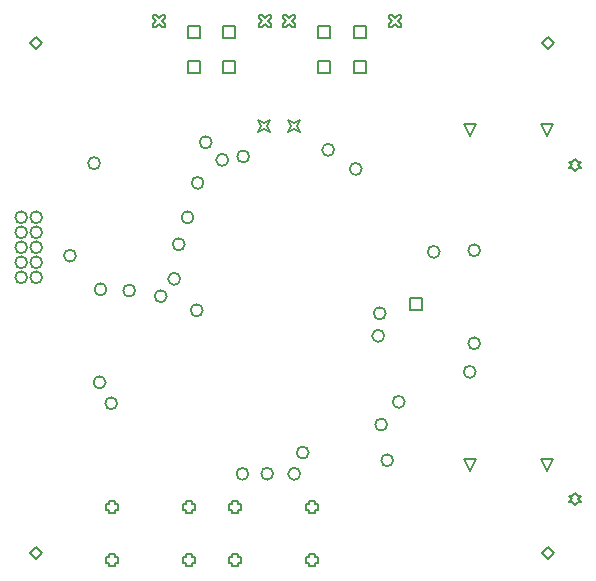
<source format=gbr>
%TF.GenerationSoftware,Altium Limited,Altium Designer,18.1.9 (240)*%
G04 Layer_Color=2752767*
%FSLAX26Y26*%
%MOIN*%
%TF.FileFunction,Drawing*%
%TF.Part,Single*%
G01*
G75*
%TA.AperFunction,NonConductor*%
%ADD61C,0.005000*%
%ADD79C,0.006667*%
D61*
X4070000Y3129979D02*
Y3169979D01*
X4110000D01*
Y3129979D01*
X4070000D01*
X4528504Y3710000D02*
X4508504Y3750000D01*
X4548504D01*
X4528504Y3710000D01*
X4272598D02*
X4252598Y3750000D01*
X4292598D01*
X4272598Y3710000D01*
X4621024Y3595039D02*
X4631024Y3605039D01*
X4641024D01*
X4631024Y3615039D01*
X4641024Y3625039D01*
X4631024D01*
X4621024Y3635039D01*
X4611024Y3625039D01*
X4601024D01*
X4611024Y3615039D01*
X4601024Y3605039D01*
X4611024D01*
X4621024Y3595039D01*
X3565000Y3725000D02*
X3575000Y3745000D01*
X3565000Y3765000D01*
X3585000Y3755000D01*
X3605000Y3765000D01*
X3595000Y3745000D01*
X3605000Y3725000D01*
X3585000Y3735000D01*
X3565000Y3725000D01*
X3665000D02*
X3675000Y3745000D01*
X3665000Y3765000D01*
X3685000Y3755000D01*
X3705000Y3765000D01*
X3695000Y3745000D01*
X3705000Y3725000D01*
X3685000Y3735000D01*
X3665000Y3725000D01*
X3067047Y2463583D02*
Y2453583D01*
X3087047D01*
Y2463583D01*
X3097047D01*
Y2483583D01*
X3087047D01*
Y2493583D01*
X3067047D01*
Y2483583D01*
X3057047D01*
Y2463583D01*
X3067047D01*
X3322953D02*
Y2453583D01*
X3342953D01*
Y2463583D01*
X3352953D01*
Y2483583D01*
X3342953D01*
Y2493583D01*
X3322953D01*
Y2483583D01*
X3312953D01*
Y2463583D01*
X3322953D01*
X3067047Y2286417D02*
Y2276417D01*
X3087047D01*
Y2286417D01*
X3097047D01*
Y2306417D01*
X3087047D01*
Y2316417D01*
X3067047D01*
Y2306417D01*
X3057047D01*
Y2286417D01*
X3067047D01*
X3322953D02*
Y2276417D01*
X3342953D01*
Y2286417D01*
X3352953D01*
Y2306417D01*
X3342953D01*
Y2316417D01*
X3322953D01*
Y2306417D01*
X3312953D01*
Y2286417D01*
X3322953D01*
X3449055Y4039055D02*
Y4079055D01*
X3489055D01*
Y4039055D01*
X3449055D01*
Y3920945D02*
Y3960945D01*
X3489055D01*
Y3920945D01*
X3449055D01*
X3330945Y4039055D02*
Y4079055D01*
X3370945D01*
Y4039055D01*
X3330945D01*
Y3920945D02*
Y3960945D01*
X3370945D01*
Y3920945D01*
X3330945D01*
X3567165Y4076063D02*
X3577165D01*
X3587165Y4086063D01*
X3597165Y4076063D01*
X3607165D01*
Y4086063D01*
X3597165Y4096063D01*
X3607165Y4106063D01*
Y4116063D01*
X3597165D01*
X3587165Y4106063D01*
X3577165Y4116063D01*
X3567165D01*
Y4106063D01*
X3577165Y4096063D01*
X3567165Y4086063D01*
Y4076063D01*
X3212835D02*
X3222835D01*
X3232835Y4086063D01*
X3242835Y4076063D01*
X3252835D01*
Y4086063D01*
X3242835Y4096063D01*
X3252835Y4106063D01*
Y4116063D01*
X3242835D01*
X3232835Y4106063D01*
X3222835Y4116063D01*
X3212835D01*
Y4106063D01*
X3222835Y4096063D01*
X3212835Y4086063D01*
Y4076063D01*
X3647835D02*
X3657835D01*
X3667835Y4086063D01*
X3677835Y4076063D01*
X3687835D01*
Y4086063D01*
X3677835Y4096063D01*
X3687835Y4106063D01*
Y4116063D01*
X3677835D01*
X3667835Y4106063D01*
X3657835Y4116063D01*
X3647835D01*
Y4106063D01*
X3657835Y4096063D01*
X3647835Y4086063D01*
Y4076063D01*
X4002165D02*
X4012165D01*
X4022165Y4086063D01*
X4032165Y4076063D01*
X4042165D01*
Y4086063D01*
X4032165Y4096063D01*
X4042165Y4106063D01*
Y4116063D01*
X4032165D01*
X4022165Y4106063D01*
X4012165Y4116063D01*
X4002165D01*
Y4106063D01*
X4012165Y4096063D01*
X4002165Y4086063D01*
Y4076063D01*
X3765945Y3920945D02*
Y3960945D01*
X3805945D01*
Y3920945D01*
X3765945D01*
Y4039055D02*
Y4079055D01*
X3805945D01*
Y4039055D01*
X3765945D01*
X3884055Y3920945D02*
Y3960945D01*
X3924055D01*
Y3920945D01*
X3884055D01*
Y4039055D02*
Y4079055D01*
X3924055D01*
Y4039055D01*
X3884055D01*
X3732953Y2286417D02*
Y2276417D01*
X3752953D01*
Y2286417D01*
X3762953D01*
Y2306417D01*
X3752953D01*
Y2316417D01*
X3732953D01*
Y2306417D01*
X3722953D01*
Y2286417D01*
X3732953D01*
X3477047D02*
Y2276417D01*
X3497047D01*
Y2286417D01*
X3507047D01*
Y2306417D01*
X3497047D01*
Y2316417D01*
X3477047D01*
Y2306417D01*
X3467047D01*
Y2286417D01*
X3477047D01*
X3732953Y2463583D02*
Y2453583D01*
X3752953D01*
Y2463583D01*
X3762953D01*
Y2483583D01*
X3752953D01*
Y2493583D01*
X3732953D01*
Y2483583D01*
X3722953D01*
Y2463583D01*
X3732953D01*
X3477047D02*
Y2453583D01*
X3497047D01*
Y2463583D01*
X3507047D01*
Y2483583D01*
X3497047D01*
Y2493583D01*
X3477047D01*
Y2483583D01*
X3467047D01*
Y2463583D01*
X3477047D01*
X4621024Y2480039D02*
X4631024Y2490039D01*
X4641024D01*
X4631024Y2500039D01*
X4641024Y2510039D01*
X4631024D01*
X4621024Y2520039D01*
X4611024Y2510039D01*
X4601024D01*
X4611024Y2500039D01*
X4601024Y2490039D01*
X4611024D01*
X4621024Y2480039D01*
X4272598Y2595000D02*
X4252598Y2635000D01*
X4292598D01*
X4272598Y2595000D01*
X4528504D02*
X4508504Y2635000D01*
X4548504D01*
X4528504Y2595000D01*
X2805000Y4020000D02*
X2825000Y4040000D01*
X2845000Y4020000D01*
X2825000Y4000000D01*
X2805000Y4020000D01*
X4510000Y2320000D02*
X4530000Y2340000D01*
X4550000Y2320000D01*
X4530000Y2300000D01*
X4510000Y2320000D01*
Y4020000D02*
X4530000Y4040000D01*
X4550000Y4020000D01*
X4530000Y4000000D01*
X4510000Y4020000D01*
X2805000Y2320000D02*
X2825000Y2340000D01*
X2845000Y2320000D01*
X2825000Y2300000D01*
X2805000Y2320000D01*
D79*
X2845000Y3240000D02*
G03*
X2845000Y3240000I-20000J0D01*
G01*
X2795000D02*
G03*
X2795000Y3240000I-20000J0D01*
G01*
X2845000Y3290000D02*
G03*
X2845000Y3290000I-20000J0D01*
G01*
X2795000D02*
G03*
X2795000Y3290000I-20000J0D01*
G01*
X2845000Y3340000D02*
G03*
X2845000Y3340000I-20000J0D01*
G01*
X2795000D02*
G03*
X2795000Y3340000I-20000J0D01*
G01*
X2845000Y3390000D02*
G03*
X2845000Y3390000I-20000J0D01*
G01*
X2795000D02*
G03*
X2795000Y3390000I-20000J0D01*
G01*
X2845000Y3440000D02*
G03*
X2845000Y3440000I-20000J0D01*
G01*
X2795000D02*
G03*
X2795000Y3440000I-20000J0D01*
G01*
X3260000Y3177057D02*
G03*
X3260000Y3177057I-20000J0D01*
G01*
X3733303Y2655900D02*
G03*
X3733303Y2655900I-20000J0D01*
G01*
X3535000Y3642974D02*
G03*
X3535000Y3642974I-20000J0D01*
G01*
X4053318Y2825000D02*
G03*
X4053318Y2825000I-20000J0D01*
G01*
X3349366Y3440000D02*
G03*
X3349366Y3440000I-20000J0D01*
G01*
X3380000Y3130000D02*
G03*
X3380000Y3130000I-20000J0D01*
G01*
X3155000Y3196000D02*
G03*
X3155000Y3196000I-20000J0D01*
G01*
X3910000Y3601373D02*
G03*
X3910000Y3601373I-20000J0D01*
G01*
X3059370Y3200000D02*
G03*
X3059370Y3200000I-20000J0D01*
G01*
X2957614Y3312169D02*
G03*
X2957614Y3312169I-20000J0D01*
G01*
X4305000Y3330000D02*
G03*
X4305000Y3330000I-20000J0D01*
G01*
X4015000Y2630000D02*
G03*
X4015000Y2630000I-20000J0D01*
G01*
X3615000Y2585536D02*
G03*
X3615000Y2585536I-20000J0D01*
G01*
X3532362Y2585000D02*
G03*
X3532362Y2585000I-20000J0D01*
G01*
X3995000Y2749088D02*
G03*
X3995000Y2749088I-20000J0D01*
G01*
X3705000Y2585000D02*
G03*
X3705000Y2585000I-20000J0D01*
G01*
X4305000Y3020000D02*
G03*
X4305000Y3020000I-20000J0D01*
G01*
X4170000Y3325000D02*
G03*
X4170000Y3325000I-20000J0D01*
G01*
X3382953Y3555000D02*
G03*
X3382953Y3555000I-20000J0D01*
G01*
X3990000Y3120000D02*
G03*
X3990000Y3120000I-20000J0D01*
G01*
X4290000Y2925000D02*
G03*
X4290000Y2925000I-20000J0D01*
G01*
X3985000Y3045000D02*
G03*
X3985000Y3045000I-20000J0D01*
G01*
X3410000Y3690000D02*
G03*
X3410000Y3690000I-20000J0D01*
G01*
X3095000Y2820000D02*
G03*
X3095000Y2820000I-20000J0D01*
G01*
X3056338Y2890000D02*
G03*
X3056338Y2890000I-20000J0D01*
G01*
X3465000Y3631575D02*
G03*
X3465000Y3631575I-20000J0D01*
G01*
X3037831Y3620512D02*
G03*
X3037831Y3620512I-20000J0D01*
G01*
X3305000Y3235000D02*
G03*
X3305000Y3235000I-20000J0D01*
G01*
X3320000Y3350000D02*
G03*
X3320000Y3350000I-20000J0D01*
G01*
X3818117Y3665000D02*
G03*
X3818117Y3665000I-20000J0D01*
G01*
%TF.MD5,d003067b6656b1e632e2ffc47dafb34a*%
M02*

</source>
